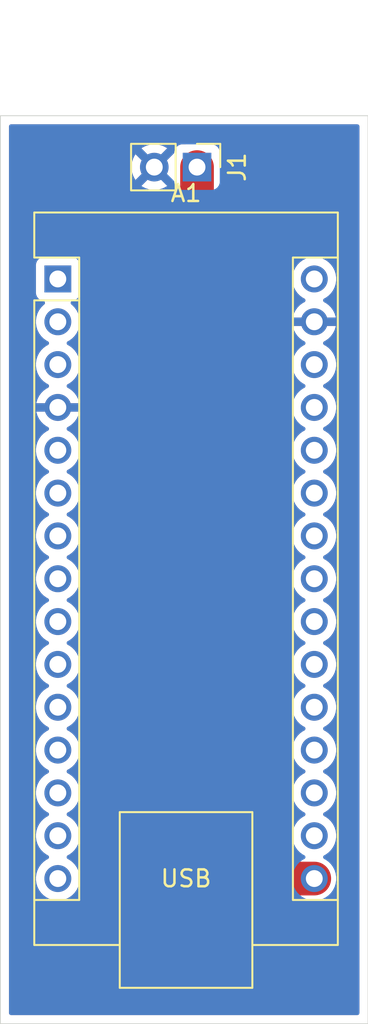
<source format=kicad_pcb>
(kicad_pcb (version 20241229) (generator "pcbnew") (generator_version "9.0")
  (layers (0 "F.Cu" signal) (2 "B.Cu" signal) (13 "F.Paste" user) (15 "B.Paste" user) (5 "F.SilkS" user "F.Silkscreen") (7 "B.SilkS" user "B.Silkscreen") (1 "F.Mask" user) (3 "B.Mask" user) (25 "Edge.Cuts" user))
  (net 0 "")
  (net 10 "Net-(A1-D13)")
  (net 29 "GND")
  (footprint "Connector_PinHeader_2.54mm:PinHeader_1x02_P2.54mm_Vertical" (layer "F.Cu") (at 165.608 75.184 -90)
    (property "Reference" "J1" (at 0 -2.38 270) (layer "F.SilkS"))
    (property "Value" "Connector To occiloscope")
    (fp_line (start -1.38 3.92) (end 1.38 3.92) (stroke (width 0.12)) (layer "F.SilkS"))
    (fp_line (start -1.38 1.27) (end -1.38 3.92) (stroke (width 0.12)) (layer "F.SilkS"))
    (fp_line (start -1.38 1.27) (end 1.38 1.27) (stroke (width 0.12)) (layer "F.SilkS"))
    (fp_line (start 1.38 1.27) (end 1.38 3.92) (stroke (width 0.12)) (layer "F.SilkS"))
    (fp_line (start -1.38 0) (end -1.38 -1.38) (stroke (width 0.12)) (layer "F.SilkS"))
    (fp_line (start -1.38 -1.38) (end 0 -1.38) (stroke (width 0.12)) (layer "F.SilkS"))
    (pad "1" thru_hole rect (at 0 0 270) (size 1.7 1.7) (drill 1) (layers "*.Cu" "*.Mask") (net 10 "Net-(A1-D13)"))
    (pad "2" thru_hole circle (at 0 2.54 270) (size 1.7 1.7) (drill 1) (layers "*.Cu" "*.Mask") (net 29 "GND"))
  )
  (footprint "Module:Arduino_Nano" (layer "F.Cu") (at 157.336 81.816)
    (property "Reference" "A1" (at 7.62 -5.08 0) (layer "F.SilkS"))
    (property "Value" "Arduino_Nano_Atmega328_Version")
    (fp_line (start -1.4 -3.94) (end -1.4 -1.27) (stroke (width 0.12)) (layer "F.SilkS"))
    (fp_line (start -1.4 1.27) (end -1.4 39.5) (stroke (width 0.12)) (layer "F.SilkS"))
    (fp_line (start -1.4 39.5) (end 3.68 39.5) (stroke (width 0.12)) (layer "F.SilkS"))
    (fp_line (start 1.27 -1.27) (end -1.4 -1.27) (stroke (width 0.12)) (layer "F.SilkS"))
    (fp_line (start 1.27 1.27) (end -1.4 1.27) (stroke (width 0.12)) (layer "F.SilkS"))
    (fp_line (start 1.27 1.27) (end 1.27 -1.27) (stroke (width 0.12)) (layer "F.SilkS"))
    (fp_line (start 1.27 1.27) (end 1.27 36.83) (stroke (width 0.12)) (layer "F.SilkS"))
    (fp_line (start 1.27 36.83) (end -1.4 36.83) (stroke (width 0.12)) (layer "F.SilkS"))
    (fp_line (start 3.68 31.62) (end 11.56 31.62) (stroke (width 0.12)) (layer "F.SilkS"))
    (fp_line (start 3.68 42.04) (end 3.68 31.62) (stroke (width 0.12)) (layer "F.SilkS"))
    (fp_line (start 11.56 31.62) (end 11.56 42.04) (stroke (width 0.12)) (layer "F.SilkS"))
    (fp_line (start 11.56 42.04) (end 3.68 42.04) (stroke (width 0.12)) (layer "F.SilkS"))
    (fp_line (start 13.97 -1.27) (end 13.97 36.83) (stroke (width 0.12)) (layer "F.SilkS"))
    (fp_line (start 13.97 -1.27) (end 16.64 -1.27) (stroke (width 0.12)) (layer "F.SilkS"))
    (fp_line (start 13.97 36.83) (end 16.64 36.83) (stroke (width 0.12)) (layer "F.SilkS"))
    (fp_line (start 16.64 -3.94) (end -1.4 -3.94) (stroke (width 0.12)) (layer "F.SilkS"))
    (fp_line (start 16.64 39.5) (end 11.56 39.5) (stroke (width 0.12)) (layer "F.SilkS"))
    (fp_line (start 16.64 39.5) (end 16.64 -3.94) (stroke (width 0.12)) (layer "F.SilkS"))
    (fp_text user "USB" (at 7.62 35.56 0) (layer "F.SilkS"))
    (pad "1" thru_hole rect (at 0 0) (size 1.6 1.6) (drill 1) (layers "*.Cu" "*.Mask"))
    (pad "2" thru_hole oval (at 0 2.54) (size 1.6 1.6) (drill 1) (layers "*.Cu" "*.Mask"))
    (pad "3" thru_hole oval (at 0 5.08) (size 1.6 1.6) (drill 1) (layers "*.Cu" "*.Mask"))
    (pad "4" thru_hole oval (at 0 7.62) (size 1.6 1.6) (drill 1) (layers "*.Cu" "*.Mask") (net 29 "GND"))
    (pad "5" thru_hole oval (at 0 10.16) (size 1.6 1.6) (drill 1) (layers "*.Cu" "*.Mask"))
    (pad "6" thru_hole oval (at 0 12.7) (size 1.6 1.6) (drill 1) (layers "*.Cu" "*.Mask"))
    (pad "7" thru_hole oval (at 0 15.24) (size 1.6 1.6) (drill 1) (layers "*.Cu" "*.Mask"))
    (pad "8" thru_hole oval (at 0 17.78) (size 1.6 1.6) (drill 1) (layers "*.Cu" "*.Mask"))
    (pad "9" thru_hole oval (at 0 20.32) (size 1.6 1.6) (drill 1) (layers "*.Cu" "*.Mask"))
    (pad "10" thru_hole oval (at 0 22.86) (size 1.6 1.6) (drill 1) (layers "*.Cu" "*.Mask"))
    (pad "11" thru_hole oval (at 0 25.4) (size 1.6 1.6) (drill 1) (layers "*.Cu" "*.Mask"))
    (pad "12" thru_hole oval (at 0 27.94) (size 1.6 1.6) (drill 1) (layers "*.Cu" "*.Mask"))
    (pad "13" thru_hole oval (at 0 30.48) (size 1.6 1.6) (drill 1) (layers "*.Cu" "*.Mask"))
    (pad "14" thru_hole oval (at 0 33.02) (size 1.6 1.6) (drill 1) (layers "*.Cu" "*.Mask"))
    (pad "15" thru_hole oval (at 0 35.56) (size 1.6 1.6) (drill 1) (layers "*.Cu" "*.Mask"))
    (pad "16" thru_hole oval (at 15.24 35.56) (size 1.6 1.6) (drill 1) (layers "*.Cu" "*.Mask") (net 10 "Net-(A1-D13)"))
    (pad "17" thru_hole oval (at 15.24 33.02) (size 1.6 1.6) (drill 1) (layers "*.Cu" "*.Mask"))
    (pad "18" thru_hole oval (at 15.24 30.48) (size 1.6 1.6) (drill 1) (layers "*.Cu" "*.Mask"))
    (pad "19" thru_hole oval (at 15.24 27.94) (size 1.6 1.6) (drill 1) (layers "*.Cu" "*.Mask"))
    (pad "20" thru_hole oval (at 15.24 25.4) (size 1.6 1.6) (drill 1) (layers "*.Cu" "*.Mask"))
    (pad "21" thru_hole oval (at 15.24 22.86) (size 1.6 1.6) (drill 1) (layers "*.Cu" "*.Mask"))
    (pad "22" thru_hole oval (at 15.24 20.32) (size 1.6 1.6) (drill 1) (layers "*.Cu" "*.Mask"))
    (pad "23" thru_hole oval (at 15.24 17.78) (size 1.6 1.6) (drill 1) (layers "*.Cu" "*.Mask"))
    (pad "24" thru_hole oval (at 15.24 15.24) (size 1.6 1.6) (drill 1) (layers "*.Cu" "*.Mask"))
    (pad "25" thru_hole oval (at 15.24 12.7) (size 1.6 1.6) (drill 1) (layers "*.Cu" "*.Mask"))
    (pad "26" thru_hole oval (at 15.24 10.16) (size 1.6 1.6) (drill 1) (layers "*.Cu" "*.Mask"))
    (pad "27" thru_hole oval (at 15.24 7.62) (size 1.6 1.6) (drill 1) (layers "*.Cu" "*.Mask"))
    (pad "28" thru_hole oval (at 15.24 5.08) (size 1.6 1.6) (drill 1) (layers "*.Cu" "*.Mask"))
    (pad "29" thru_hole oval (at 15.24 2.54) (size 1.6 1.6) (drill 1) (layers "*.Cu" "*.Mask") (net 29 "GND"))
    (pad "30" thru_hole oval (at 15.24 0) (size 1.6 1.6) (drill 1) (layers "*.Cu" "*.Mask"))
  )
  (gr_rect (start 153.924 72.136) (end 175.768 125.984) (stroke (width 0.05)) (fill no) (layer "Edge.Cuts"))
  (segment (start 165.636 117.376) (end 165.608 117.348) (width 0.2) (layer "F.Cu") (net 10))
  (segment (start 172.576 117.376) (end 165.636 117.376) (width 2) (layer "F.Cu") (net 10))
  (segment (start 165.608 117.348) (end 165.608 75.184) (width 2) (layer "F.Cu") (net 10))
  (zone (net 29) (net_name "GND") (layer "F.Cu") (name "Ground_Plane_back") (connect_pads (clearance 0.5)) (min_thickness 0.25) (fill yes (thermal_gap 0.5) (thermal_bridge_width 0.5))
    (polygon (pts (xy 154.432 72.644) (xy 175.26 72.644) (xy 175.26 125.476) (xy 154.432 125.476)))
  )
  (zone (net 29) (net_name "GND") (layer "B.Cu") (name "Ground_Plane_Front") (priority 1) (connect_pads (clearance 0.5)) (min_thickness 0.25) (fill yes (thermal_gap 0.5) (thermal_bridge_width 0.5))
    (polygon (pts (xy 154.432 72.644) (xy 175.26 72.644) (xy 175.26 125.476) (xy 154.432 125.476)))
  )
)
</source>
